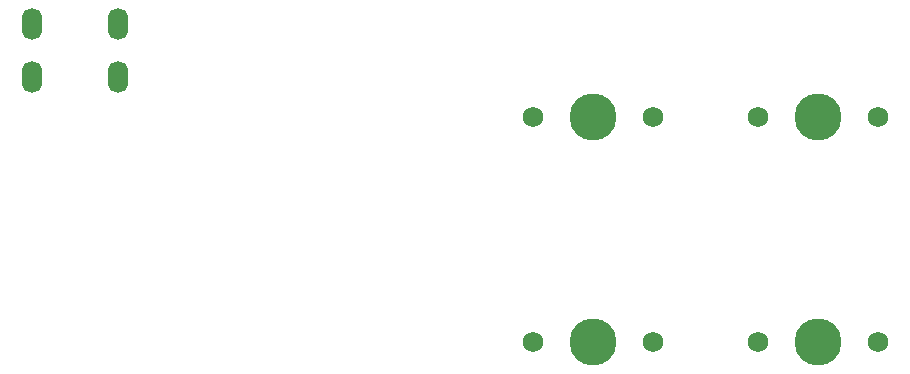
<source format=gts>
%TF.GenerationSoftware,KiCad,Pcbnew,(6.0.5)*%
%TF.CreationDate,2022-05-13T23:52:20-07:00*%
%TF.ProjectId,keyboard-pcb-tutorial,6b657962-6f61-4726-942d-7063622d7475,rev?*%
%TF.SameCoordinates,Original*%
%TF.FileFunction,Soldermask,Top*%
%TF.FilePolarity,Negative*%
%FSLAX46Y46*%
G04 Gerber Fmt 4.6, Leading zero omitted, Abs format (unit mm)*
G04 Created by KiCad (PCBNEW (6.0.5)) date 2022-05-13 23:52:20*
%MOMM*%
%LPD*%
G01*
G04 APERTURE LIST*
%ADD10C,1.750000*%
%ADD11C,3.987800*%
%ADD12O,1.700000X2.700000*%
G04 APERTURE END LIST*
D10*
%TO.C,MX4*%
X124301250Y-115887500D03*
X134461250Y-115887500D03*
D11*
X129381250Y-115887500D03*
%TD*%
D10*
%TO.C,MX3*%
X124301250Y-96837500D03*
D11*
X129381250Y-96837500D03*
D10*
X134461250Y-96837500D03*
%TD*%
%TO.C,MX1*%
X105251250Y-96837500D03*
D11*
X110331250Y-96837500D03*
D10*
X115411250Y-96837500D03*
%TD*%
D11*
%TO.C,MX2*%
X110331250Y-115887500D03*
D10*
X115411250Y-115887500D03*
X105251250Y-115887500D03*
%TD*%
D12*
%TO.C,USB1*%
X62802750Y-89027000D03*
X70102750Y-93527000D03*
X70102750Y-89027000D03*
X62802750Y-93527000D03*
%TD*%
M02*

</source>
